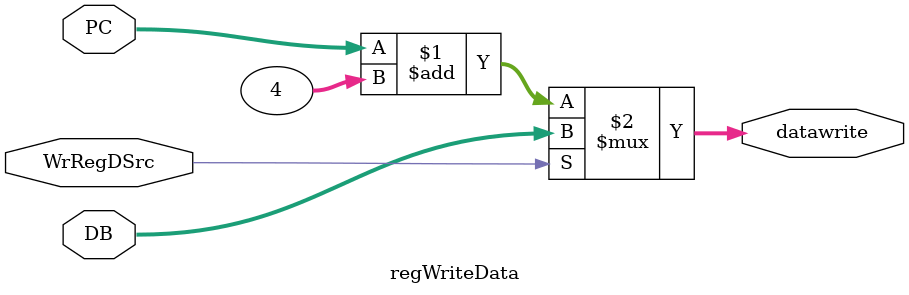
<source format=v>
`timescale 1ns / 1ps


module regWriteData(WrRegDSrc, PC, DB, datawrite);
    input WrRegDSrc;
    input [31:0] PC, DB;
    output [31:0] datawrite;
    assign datawrite = WrRegDSrc ? DB : PC+4;
endmodule

</source>
